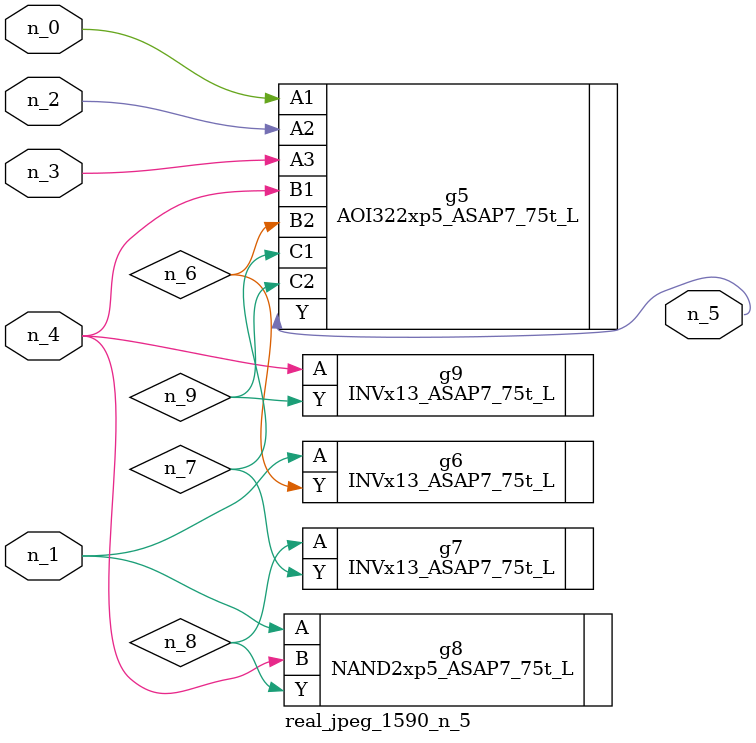
<source format=v>
module real_jpeg_1590_n_5 (n_4, n_0, n_1, n_2, n_3, n_5);

input n_4;
input n_0;
input n_1;
input n_2;
input n_3;

output n_5;

wire n_8;
wire n_6;
wire n_7;
wire n_9;

AOI322xp5_ASAP7_75t_L g5 ( 
.A1(n_0),
.A2(n_2),
.A3(n_3),
.B1(n_4),
.B2(n_6),
.C1(n_7),
.C2(n_9),
.Y(n_5)
);

INVx13_ASAP7_75t_L g6 ( 
.A(n_1),
.Y(n_6)
);

NAND2xp5_ASAP7_75t_L g8 ( 
.A(n_1),
.B(n_4),
.Y(n_8)
);

INVx13_ASAP7_75t_L g9 ( 
.A(n_4),
.Y(n_9)
);

INVx13_ASAP7_75t_L g7 ( 
.A(n_8),
.Y(n_7)
);


endmodule
</source>
